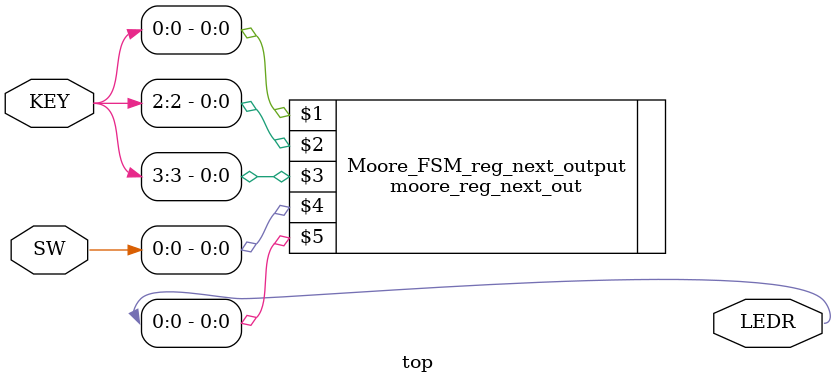
<source format=v>
module top (SW, KEY, LEDR);

    input wire [9:0] SW;        // DE-series switches
    input wire [3:0] KEY;       // DE-series pushbuttons

    output wire [9:0] LEDR;     // DE-series LEDs   

    moore_reg_next_out Moore_FSM_reg_next_output (KEY[0], KEY[2], KEY[3], SW[0], LEDR[0]);

endmodule


</source>
